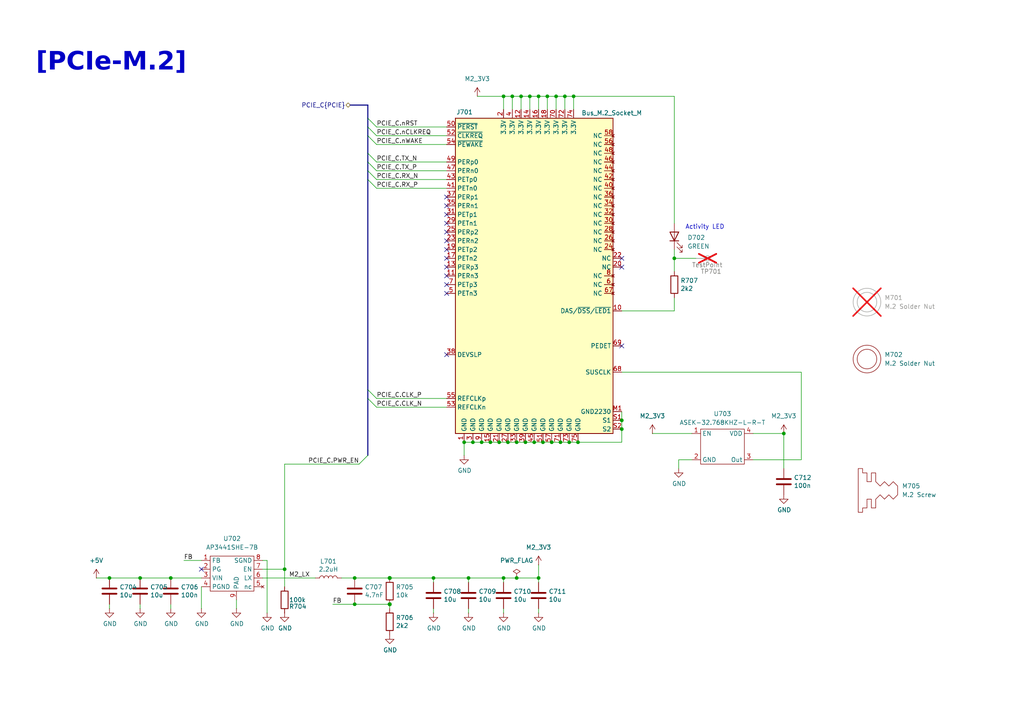
<source format=kicad_sch>
(kicad_sch (version 20250114) (generator "eeschema") (generator_version "9.0")
  (paper "A4")
  (title_block (title "CM5 MINIMA") (date "2024-12-17") (rev "2") (company "Pierluigi Colangeli"))
  (lib_symbols
    (symbol "CM5IO:AP3441SHE-7B"
      (property "Reference" "U702" (at 0 11.43 0))
      (property "Value" "AP3441SHE-7B" (at 0 8.89 0))
      (symbol "AP3441SHE-7B_0_1"
        (rectangle (start -6.35 6.35) (end 6.35 -3.81))
      )
      (symbol "AP3441SHE-7B_1_1"
        (pin passive line (at -8.89 5.08 0) (length 2.54) (name "FB") (number "1"))
        (pin open_collector line (at -8.89 2.54 0) (length 2.54) (name "PG") (number "2"))
        (pin power_in line (at -8.89 0 0) (length 2.54) (name "VIN") (number "3"))
        (pin power_in line (at -8.89 -2.54 0) (length 2.54) (name "PGND") (number "4"))
        (pin power_in line (at 1.27 -6.35 90) (length 2.54) (name "PAD") (number "9"))
        (pin power_in line (at 8.89 5.08 180) (length 2.54) (name "SGND") (number "8"))
        (pin input line (at 8.89 2.54 180) (length 2.54) (name "EN") (number "7"))
        (pin power_out line (at 8.89 0 180) (length 2.54) (name "LX") (number "6"))
        (pin no_connect line (at 8.89 -2.54 180) (length 2.54) (name "nc") (number "5"))
      )
    )
    (symbol "CM5IO:ASEK-32.768KHZ-L-R-T"
      (property "Reference" "U703" (at 0 9.525 0))
      (property "Value" "ASEK-32.768KHZ-L-R-T" (at 0 6.985 0))
      (symbol "ASEK-32.768KHZ-L-R-T_0_1"
        (rectangle (start -6.35 5.08) (end 6.35 -5.08))
      )
      (symbol "ASEK-32.768KHZ-L-R-T_1_1"
        (pin power_in line (at -8.89 3.81 0) (length 2.54) (name "EN") (number "1"))
        (pin power_in line (at -8.89 -3.81 0) (length 2.54) (name "GND") (number "2"))
        (pin power_in line (at 8.89 3.81 180) (length 2.54) (name "VDD") (number "4"))
        (pin output line (at 8.89 -3.81 180) (length 2.54) (name "Out") (number "3"))
      )
    )
    (symbol "CM5IO:Bus_M.2_Socket_M"
      (property "Reference" "J701" (at -22.606 47.498 0))
      (property "Value" "Bus_M.2_Socket_M" (at 13.716 47.244 0))
      (symbol "Bus_M.2_Socket_M_0_1"
        (rectangle (start -22.86 45.72) (end 22.86 -45.72) (stroke (width 0.254)) (fill (type background)))
      )
      (symbol "Bus_M.2_Socket_M_1_1"
        (pin input line (at -25.4 43.18 0) (length 2.54) (name "~{PERST}") (number "50"))
        (pin bidirectional line (at -25.4 40.64 0) (length 2.54) (name "~{CLKREQ}") (number "52"))
        (pin bidirectional line (at -25.4 38.1 0) (length 2.54) (name "~{PEWAKE}") (number "54"))
        (pin input line (at -25.4 33.02 0) (length 2.54) (name "PERp0") (number "49"))
        (pin input line (at -25.4 30.48 0) (length 2.54) (name "PERn0") (number "47"))
        (pin output line (at -25.4 27.94 0) (length 2.54) (name "PETp0") (number "43"))
        (pin output line (at -25.4 25.4 0) (length 2.54) (name "PETn0") (number "41"))
        (pin input line (at -25.4 22.86 0) (length 2.54) (name "PERp1") (number "37"))
        (pin input line (at -25.4 20.32 0) (length 2.54) (name "PERn1") (number "35"))
        (pin output line (at -25.4 17.78 0) (length 2.54) (name "PETp1") (number "31"))
        (pin output line (at -25.4 15.24 0) (length 2.54) (name "PETn1") (number "29"))
        (pin input line (at -25.4 12.7 0) (length 2.54) (name "PERp2") (number "25"))
        (pin input line (at -25.4 10.16 0) (length 2.54) (name "PERn2") (number "23"))
        (pin output line (at -25.4 7.62 0) (length 2.54) (name "PETp2") (number "19"))
        (pin output line (at -25.4 5.08 0) (length 2.54) (name "PETn2") (number "17"))
        (pin input line (at -25.4 2.54 0) (length 2.54) (name "PERp3") (number "13"))
        (pin input line (at -25.4 0 0) (length 2.54) (name "PERn3") (number "11"))
        (pin output line (at -25.4 -2.54 0) (length 2.54) (name "PETp3") (number "7"))
        (pin output line (at -25.4 -5.08 0) (length 2.54) (name "PETn3") (number "5"))
        (pin input line (at -25.4 -22.86 0) (length 2.54) (name "DEVSLP") (number "38"))
        (pin input line (at -25.4 -35.56 0) (length 2.54) (name "REFCLKp") (number "55"))
        (pin input line (at -25.4 -38.1 0) (length 2.54) (name "REFCLKn") (number "53"))
        (pin power_in line (at -20.32 -48.26 90) (length 2.54) (name "GND") (number "1"))
        (pin power_in line (at -17.78 -48.26 90) (length 2.54) (name "GND") (number "3"))
        (pin power_in line (at -15.24 -48.26 90) (length 2.54) (name "GND") (number "9"))
        (pin power_in line (at -12.7 -48.26 90) (length 2.54) (name "GND") (number "15"))
        (pin power_in line (at -10.16 -48.26 90) (length 2.54) (name "GND") (number "21"))
        (pin power_in line (at -8.89 48.26 270) (length 2.54) (name "3.3V") (number "2"))
        (pin power_in line (at -7.62 -48.26 90) (length 2.54) (name "GND") (number "27"))
        (pin power_in line (at -6.35 48.26 270) (length 2.54) (name "3.3V") (number "4"))
        (pin power_in line (at -5.08 -48.26 90) (length 2.54) (name "GND") (number "33"))
        (pin power_in line (at -3.81 48.26 270) (length 2.54) (name "3.3V") (number "12"))
        (pin power_in line (at -2.54 -48.26 90) (length 2.54) (name "GND") (number "39"))
        (pin power_in line (at -1.27 48.26 270) (length 2.54) (name "3.3V") (number "14"))
        (pin power_in line (at 0 -48.26 90) (length 2.54) (name "GND") (number "45"))
        (pin power_in line (at 1.27 48.26 270) (length 2.54) (name "3.3V") (number "16"))
        (pin power_in line (at 2.54 -48.26 90) (length 2.54) (name "GND") (number "51"))
        (pin power_in line (at 3.81 48.26 270) (length 2.54) (name "3.3V") (number "18"))
        (pin power_in line (at 5.08 -48.26 90) (length 2.54) (name "GND") (number "57"))
        (pin power_in line (at 6.35 48.26 270) (length 2.54) (name "3.3V") (number "70"))
        (pin power_in line (at 7.62 -48.26 90) (length 2.54) (name "GND") (number "71"))
        (pin power_in line (at 8.89 48.26 270) (length 2.54) (name "3.3V") (number "72"))
        (pin power_in line (at 10.16 -48.26 90) (length 2.54) (name "GND") (number "73"))
        (pin power_in line (at 11.43 48.26 270) (length 2.54) (name "3.3V") (number "74"))
        (pin power_in line (at 12.7 -48.26 90) (length 2.54) (name "GND") (number "75"))
        (pin no_connect line (at 22.86 40.64 180) (length 2.54) (name "NC") (number "58"))
        (pin no_connect line (at 22.86 38.1 180) (length 2.54) (name "NC") (number "56"))
        (pin no_connect line (at 22.86 35.56 180) (length 2.54) (name "NC") (number "48"))
        (pin no_connect line (at 22.86 33.02 180) (length 2.54) (name "NC") (number "46"))
        (pin no_connect line (at 22.86 30.48 180) (length 2.54) (name "NC") (number "44"))
        (pin no_connect line (at 22.86 27.94 180) (length 2.54) (name "NC") (number "42"))
        (pin no_connect line (at 22.86 25.4 180) (length 2.54) (name "NC") (number "40"))
        (pin no_connect line (at 22.86 22.86 180) (length 2.54) (name "NC") (number "36"))
        (pin no_connect line (at 22.86 20.32 180) (length 2.54) (name "NC") (number "34"))
        (pin no_connect line (at 22.86 17.78 180) (length 2.54) (name "NC") (number "32"))
        (pin no_connect line (at 22.86 15.24 180) (length 2.54) (name "NC") (number "30"))
        (pin no_connect line (at 22.86 12.7 180) (length 2.54) (name "NC") (number "28"))
        (pin no_connect line (at 22.86 10.16 180) (length 2.54) (name "NC") (number "26"))
        (pin no_connect line (at 22.86 7.62 180) (length 2.54) (name "NC") (number "24"))
        (pin no_connect line (at 22.86 0 180) (length 2.54) (name "NC") (number "8"))
        (pin no_connect line (at 22.86 -2.54 180) (length 2.54) (name "NC") (number "6"))
        (pin no_connect line (at 22.86 -5.08 180) (length 2.54) (name "NC") (number "67"))
        (pin bidirectional line (at 25.4 5.08 180) (length 2.54) (name "NC") (number "22"))
        (pin bidirectional line (at 25.4 2.54 180) (length 2.54) (name "NC") (number "20"))
        (pin bidirectional line (at 25.4 -10.16 180) (length 2.54) (name "DAS/~{DSS}/~{LED1}") (number "10"))
        (pin passive line (at 25.4 -20.32 180) (length 2.54) (name "PEDET") (number "69"))
        (pin input line (at 25.4 -27.94 180) (length 2.54) (name "SUSCLK") (number "68"))
        (pin no_connect line (at 25.4 -31.75 180) (length 2.54) (hide yes) (name "GND2280") (number "M4"))
        (pin no_connect line (at 25.4 -34.29 180) (length 2.54) (hide yes) (name "GND2260") (number "M3"))
        (pin no_connect line (at 25.4 -36.83 180) (length 2.54) (hide yes) (name "GND2242") (number "M2"))
        (pin power_in line (at 25.4 -39.37 180) (length 2.54) (name "GND2230") (number "M1"))
        (pin power_in line (at 25.4 -41.91 180) (length 2.54) (name "S1") (number "S1"))
        (pin power_in line (at 25.4 -44.45 180) (length 2.54) (name "S2") (number "S2"))
      )
    )
    (symbol "CM5IO:M.2_Screw" (pin_numbers (hide yes)) (pin_names (offset 0) (hide yes)) (on_board no)
      (property "Reference" "M" (at -0.254 -6.35 0))
      (property "Value" "M.2 Screw" (at 0.254 -8.636 0))
      (symbol "M.2_Screw_0_1"
        (polyline (pts (xy -5.08 0) (xy -5.08 -6.35) (xy -3.81 -6.35) (xy -3.81 -5.08) (xy -2.54 -5.08) (xy -2.54 -2.54) (xy -1.27 -2.54) (xy -1.27 -5.08) (xy 0 -5.08) (xy 0 -2.54) (xy 1.27 -1.27) (xy 2.54 -2.54) (xy 3.81 -1.27) (xy 5.08 -2.54) (xy 6.35 -1.27) (xy 6.35 1.27) (xy 5.08 2.54) (xy 3.81 1.27) (xy 2.54 2.54) (xy 1.27 1.27) (xy 0 2.54) (xy 0 5.08) (xy -1.27 5.08) (xy -1.27 2.54) (xy -2.54 2.54) (xy -2.54 5.08) (xy -3.81 5.08) (xy -3.81 6.35) (xy -5.08 6.35) (xy -5.08 0)))
      )
    )
    (symbol "CM5IO:SolderNut" (pin_numbers (hide yes)) (pin_names (offset 0) (hide yes)) (exclude_from_sim yes) (on_board no)
      (property "Reference" "M" (at -6.35 -3.556 0))
      (property "Value" "M.2 Solder Nut" (at 0.254 -5.842 0))
      (symbol "SolderNut_0_1"
        (circle (center 0 0) (radius 2.8398))
        (circle (center 0 0) (radius 4.0161))
      )
    )
    (symbol "Connector:TestPoint" (pin_numbers (hide yes)) (pin_names (offset 0.762) (hide yes))
      (property "Reference" "TP" (at 0 6.858 0))
      (property "Value" "TestPoint" (at 0 5.08 0))
      (symbol "TestPoint_0_1"
        (circle (center 0 3.302) (radius 0.762))
      )
      (symbol "TestPoint_1_1"
        (pin passive line (at 0 0 90) (length 2.54) (name "1") (number "1"))
      )
    )
    (symbol "Device:C" (pin_numbers (hide yes)) (pin_names (offset 0.254))
      (property "Reference" "C" (at 0.635 2.54 0))
      (property "Value" "C" (at 0.635 -2.54 0))
      (symbol "C_0_1"
        (polyline (pts (xy -2.032 0.762) (xy 2.032 0.762)) (stroke (width 0.508)))
        (polyline (pts (xy -2.032 -0.762) (xy 2.032 -0.762)) (stroke (width 0.508)))
      )
      (symbol "C_1_1"
        (pin passive line (at 0 3.81 270) (length 2.794) (name "~") (number "1"))
        (pin passive line (at 0 -3.81 90) (length 2.794) (name "~") (number "2"))
      )
    )
    (symbol "Device:L" (pin_numbers (hide yes)) (pin_names (offset 1.016) (hide yes))
      (property "Reference" "L" (at -1.27 0 90))
      (property "Value" "L" (at 1.905 0 90))
      (symbol "L_0_1"
        (arc (start 0 2.54) (mid 0.6323 1.905) (end 0 1.27))
        (arc (start 0 1.27) (mid 0.6323 0.635) (end 0 0))
        (arc (start 0 0) (mid 0.6323 -0.635) (end 0 -1.27))
        (arc (start 0 -1.27) (mid 0.6323 -1.905) (end 0 -2.54))
      )
      (symbol "L_1_1"
        (pin passive line (at 0 3.81 270) (length 1.27) (name "1") (number "1"))
        (pin passive line (at 0 -3.81 90) (length 1.27) (name "2") (number "2"))
      )
    )
    (symbol "Device:LED" (pin_numbers (hide yes)) (pin_names (offset 1.016) (hide yes))
      (property "Reference" "D" (at 0 2.54 0))
      (property "Value" "LED" (at 0 -2.54 0))
      (symbol "LED_0_1"
        (polyline (pts (xy -3.048 -0.762) (xy -4.572 -2.286) (xy -3.81 -2.286) (xy -4.572 -2.286) (xy -4.572 -1.524)))
        (polyline (pts (xy -1.778 -0.762) (xy -3.302 -2.286) (xy -2.54 -2.286) (xy -3.302 -2.286) (xy -3.302 -1.524)))
        (polyline (pts (xy -1.27 0) (xy 1.27 0)))
        (polyline (pts (xy -1.27 -1.27) (xy -1.27 1.27)) (stroke (width 0.254)))
        (polyline (pts (xy 1.27 -1.27) (xy 1.27 1.27) (xy -1.27 0) (xy 1.27 -1.27)) (stroke (width 0.254)))
      )
      (symbol "LED_1_1"
        (pin passive line (at -3.81 0 0) (length 2.54) (name "K") (number "1"))
        (pin passive line (at 3.81 0 180) (length 2.54) (name "A") (number "2"))
      )
    )
    (symbol "Device:R" (pin_numbers (hide yes)) (pin_names (offset 0))
      (property "Reference" "R" (at 2.032 0 90))
      (property "Value" "R" (at 0 0 90))
      (symbol "R_0_1"
        (rectangle (start -1.016 -2.54) (end 1.016 2.54) (stroke (width 0.254)))
      )
      (symbol "R_1_1"
        (pin passive line (at 0 3.81 270) (length 1.27) (name "~") (number "1"))
        (pin passive line (at 0 -3.81 90) (length 1.27) (name "~") (number "2"))
      )
    )
    (symbol "power:+5V" (power) (pin_numbers (hide yes)) (pin_names (offset 0) (hide yes))
      (property "Value" "+5V" (at 0 3.556 0))
      (symbol "+5V_0_1"
        (polyline (pts (xy -0.762 1.27) (xy 0 2.54)))
        (polyline (pts (xy 0 2.54) (xy 0.762 1.27)))
        (polyline (pts (xy 0 0) (xy 0 2.54)))
      )
      (symbol "+5V_1_1"
        (pin power_in line (at 0 0 90) (length 0) (name "~") (number "1"))
      )
    )
    (symbol "power:GND" (power) (pin_numbers (hide yes)) (pin_names (offset 0) (hide yes))
      (property "Value" "GND" (at 0 -3.81 0))
      (symbol "GND_0_1"
        (polyline (pts (xy 0 0) (xy 0 -1.27) (xy 1.27 -1.27) (xy 0 -2.54) (xy -1.27 -1.27) (xy 0 -1.27)))
      )
      (symbol "GND_1_1"
        (pin power_in line (at 0 0 270) (length 0) (name "~") (number "1"))
      )
    )
    (symbol "power:PWR_FLAG" (power) (pin_numbers (hide yes)) (pin_names (offset 0) (hide yes))
      (property "Value" "PWR_FLAG" (at 0 3.81 0))
      (symbol "PWR_FLAG_0_0"
        (pin power_out line (at 0 0 90) (length 0) (name "~") (number "1"))
      )
      (symbol "PWR_FLAG_0_1"
        (polyline (pts (xy 0 0) (xy 0 1.27) (xy -1.016 1.905) (xy 0 2.54) (xy 1.016 1.905) (xy 0 1.27)))
      )
    )
  )
  (bus_alias "PCIE" (members "nRST" "nCLKREQ" "nWAKE" "TX_N" "TX_P" "RX_N" "RX_P" "CLK_N" "CLK_P" "PWR_EN"))
  (text "[PCIe-M.2]" (at 32.258 19.558 0) (effects (font (size 5.27 5.27) (bold yes))))
  (text "Activity LED" (at 198.755 66.675 0) (effects (font (size 1.27 1.27)) (justify left bottom)))
  (junction (at 146.05 27.94))
  (junction (at 142.24 128.27))
  (junction (at 125.73 167.64))
  (junction (at 166.37 27.94))
  (junction (at 49.53 167.64))
  (junction (at 82.55 165.1))
  (junction (at 195.58 74.93))
  (junction (at 40.64 167.64))
  (junction (at 180.34 124.46))
  (junction (at 180.34 121.92))
  (junction (at 158.75 27.94))
  (junction (at 144.78 128.27))
  (junction (at 137.16 128.27))
  (junction (at 134.62 128.27))
  (junction (at 151.13 27.94))
  (junction (at 167.64 128.27))
  (junction (at 148.59 27.94))
  (junction (at 102.87 167.64))
  (junction (at 102.87 175.26))
  (junction (at 113.03 175.26) (diameter 1.016))
  (junction (at 157.48 128.27))
  (junction (at 153.67 27.94))
  (junction (at 160.02 128.27))
  (junction (at 152.4 128.27))
  (junction (at 139.7 128.27))
  (junction (at 149.86 167.64))
  (junction (at 161.29 27.94))
  (junction (at 156.21 27.94))
  (junction (at 135.89 167.64))
  (junction (at 163.83 27.94))
  (junction (at 227.33 125.73))
  (junction (at 154.94 128.27))
  (junction (at 162.56 128.27))
  (junction (at 156.21 167.64))
  (junction (at 147.32 128.27))
  (junction (at 165.1 128.27))
  (junction (at 31.75 167.64))
  (junction (at 146.05 167.64))
  (junction (at 149.86 128.27))
  (junction (at 113.03 167.64) (diameter 1.016))
  (no_connect (at 129.54 67.31))
  (no_connect (at 129.54 74.93))
  (no_connect (at 129.54 72.39))
  (no_connect (at 129.54 82.55))
  (no_connect (at 129.54 80.01))
  (no_connect (at 129.54 85.09))
  (no_connect (at 129.54 57.15))
  (no_connect (at 58.42 165.1))
  (no_connect (at 129.54 64.77))
  (no_connect (at 180.34 77.47))
  (no_connect (at 129.54 77.47))
  (no_connect (at 129.54 62.23))
  (no_connect (at 129.54 102.87))
  (no_connect (at 180.34 100.33))
  (no_connect (at 180.34 74.93))
  (no_connect (at 129.54 69.85))
  (no_connect (at 129.54 59.69))
  (bus_entry (at 109.22 39.37) (size -2.54 -2.54))
  (bus_entry (at 109.22 54.61) (size -2.54 -2.54))
  (bus_entry (at 109.22 115.57) (size -2.54 -2.54))
  (bus_entry (at 109.22 36.83) (size -2.54 -2.54))
  (bus_entry (at 109.22 118.11) (size -2.54 -2.54))
  (bus_entry (at 104.14 134.62) (size 2.54 -2.54))
  (bus_entry (at 109.22 49.53) (size -2.54 -2.54))
  (bus_entry (at 109.22 46.99) (size -2.54 -2.54))
  (bus_entry (at 109.22 52.07) (size -2.54 -2.54))
  (bus_entry (at 109.22 41.91) (size -2.54 -2.54))
  (wire (pts (xy 76.2 165.1) (xy 82.55 165.1)))
  (bus (pts (xy 106.68 115.57) (xy 106.68 132.08)))
  (wire (pts (xy 109.22 36.83) (xy 129.54 36.83)))
  (wire (pts (xy 146.05 176.53) (xy 146.05 177.8)))
  (wire (pts (xy 160.02 128.27) (xy 157.48 128.27)))
  (wire (pts (xy 27.94 167.64) (xy 31.75 167.64)))
  (wire (pts (xy 180.34 128.27) (xy 167.64 128.27)))
  (wire (pts (xy 68.58 176.53) (xy 68.58 173.99)))
  (wire (pts (xy 40.64 167.64) (xy 49.53 167.64)))
  (wire (pts (xy 49.53 167.64) (xy 58.42 167.64)))
  (wire (pts (xy 166.37 27.94) (xy 166.37 31.75)))
  (wire (pts (xy 109.22 115.57) (xy 129.54 115.57)))
  (wire (pts (xy 31.75 167.64) (xy 40.64 167.64)))
  (wire (pts (xy 180.34 124.46) (xy 180.34 128.27)))
  (wire (pts (xy 189.23 125.73) (xy 200.66 125.73)))
  (wire (pts (xy 99.06 167.64) (xy 102.87 167.64)))
  (wire (pts (xy 196.85 135.89) (xy 196.85 133.35)))
  (wire (pts (xy 180.34 121.92) (xy 180.34 124.46)))
  (wire (pts (xy 113.03 176.53) (xy 113.03 175.26)))
  (wire (pts (xy 156.21 176.53) (xy 156.21 177.8)))
  (wire (pts (xy 153.67 27.94) (xy 156.21 27.94)))
  (wire (pts (xy 156.21 27.94) (xy 158.75 27.94)))
  (wire (pts (xy 109.22 118.11) (xy 129.54 118.11)))
  (wire (pts (xy 109.22 52.07) (xy 129.54 52.07)))
  (bus (pts (xy 106.68 49.53) (xy 106.68 52.07)))
  (wire (pts (xy 125.73 177.8) (xy 125.73 176.53)))
  (wire (pts (xy 195.58 27.94) (xy 195.58 64.77)))
  (wire (pts (xy 180.34 90.17) (xy 195.58 90.17)))
  (wire (pts (xy 162.56 128.27) (xy 160.02 128.27)))
  (wire (pts (xy 180.34 119.38) (xy 180.34 121.92)))
  (wire (pts (xy 156.21 167.64) (xy 156.21 168.91)))
  (wire (pts (xy 161.29 27.94) (xy 161.29 31.75)))
  (bus (pts (xy 101.6 30.48) (xy 106.68 30.48)))
  (wire (pts (xy 166.37 27.94) (xy 195.58 27.94)))
  (bus (pts (xy 106.68 113.03) (xy 106.68 115.57)))
  (wire (pts (xy 180.34 107.95) (xy 232.41 107.95)))
  (bus (pts (xy 106.68 52.07) (xy 106.68 113.03)))
  (bus (pts (xy 106.68 39.37) (xy 106.68 44.45)))
  (wire (pts (xy 149.86 128.27) (xy 152.4 128.27)))
  (wire (pts (xy 77.47 162.56) (xy 77.47 177.8)))
  (wire (pts (xy 146.05 167.64) (xy 146.05 168.91)))
  (wire (pts (xy 82.55 134.62) (xy 82.55 165.1)))
  (wire (pts (xy 129.54 46.99) (xy 109.22 46.99)))
  (wire (pts (xy 157.48 128.27) (xy 154.94 128.27)))
  (wire (pts (xy 195.58 74.93) (xy 195.58 78.74)))
  (wire (pts (xy 102.87 175.26) (xy 113.03 175.26)))
  (wire (pts (xy 31.75 175.26) (xy 31.75 176.53)))
  (wire (pts (xy 125.73 168.91) (xy 125.73 167.64)))
  (wire (pts (xy 232.41 133.35) (xy 218.44 133.35)))
  (wire (pts (xy 109.22 49.53) (xy 129.54 49.53)))
  (wire (pts (xy 151.13 27.94) (xy 153.67 27.94)))
  (wire (pts (xy 102.87 167.64) (xy 113.03 167.64)))
  (wire (pts (xy 196.85 133.35) (xy 200.66 133.35)))
  (wire (pts (xy 146.05 27.94) (xy 146.05 31.75)))
  (wire (pts (xy 195.58 74.93) (xy 201.93 74.93)))
  (wire (pts (xy 149.86 128.27) (xy 147.32 128.27)))
  (wire (pts (xy 146.05 167.64) (xy 149.86 167.64)))
  (wire (pts (xy 195.58 90.17) (xy 195.58 86.36)))
  (wire (pts (xy 134.62 128.27) (xy 137.16 128.27)))
  (wire (pts (xy 151.13 27.94) (xy 151.13 31.75)))
  (wire (pts (xy 76.2 162.56) (xy 77.47 162.56)))
  (wire (pts (xy 139.7 128.27) (xy 142.24 128.27)))
  (wire (pts (xy 163.83 27.94) (xy 166.37 27.94)))
  (wire (pts (xy 134.62 128.27) (xy 134.62 132.08)))
  (wire (pts (xy 142.24 128.27) (xy 144.78 128.27)))
  (wire (pts (xy 96.52 175.26) (xy 102.87 175.26)))
  (wire (pts (xy 125.73 167.64) (xy 135.89 167.64)))
  (bus (pts (xy 106.68 34.29) (xy 106.68 36.83)))
  (bus (pts (xy 106.68 36.83) (xy 106.68 39.37)))
  (wire (pts (xy 53.34 162.56) (xy 58.42 162.56)))
  (wire (pts (xy 167.64 128.27) (xy 165.1 128.27)))
  (wire (pts (xy 148.59 27.94) (xy 148.59 31.75)))
  (wire (pts (xy 146.05 27.94) (xy 148.59 27.94)))
  (wire (pts (xy 135.89 167.64) (xy 135.89 168.91)))
  (wire (pts (xy 148.59 27.94) (xy 151.13 27.94)))
  (bus (pts (xy 106.68 46.99) (xy 106.68 49.53)))
  (wire (pts (xy 227.33 125.73) (xy 218.44 125.73)))
  (wire (pts (xy 40.64 175.26) (xy 40.64 176.53)))
  (wire (pts (xy 195.58 74.93) (xy 195.58 72.39)))
  (wire (pts (xy 109.22 41.91) (xy 129.54 41.91)))
  (wire (pts (xy 58.42 176.53) (xy 58.42 170.18)))
  (wire (pts (xy 227.33 135.89) (xy 227.33 125.73)))
  (wire (pts (xy 135.89 167.64) (xy 146.05 167.64)))
  (wire (pts (xy 138.43 27.94) (xy 146.05 27.94)))
  (wire (pts (xy 109.22 54.61) (xy 129.54 54.61)))
  (wire (pts (xy 109.22 39.37) (xy 129.54 39.37)))
  (bus (pts (xy 106.68 30.48) (xy 106.68 34.29)))
  (wire (pts (xy 158.75 27.94) (xy 161.29 27.94)))
  (wire (pts (xy 139.7 128.27) (xy 137.16 128.27)))
  (wire (pts (xy 153.67 27.94) (xy 153.67 31.75)))
  (wire (pts (xy 163.83 27.94) (xy 163.83 31.75)))
  (wire (pts (xy 149.86 167.64) (xy 156.21 167.64)))
  (wire (pts (xy 161.29 27.94) (xy 163.83 27.94)))
  (wire (pts (xy 104.14 134.62) (xy 82.55 134.62)))
  (wire (pts (xy 49.53 175.26) (xy 49.53 176.53)))
  (wire (pts (xy 82.55 165.1) (xy 82.55 170.18)))
  (wire (pts (xy 135.89 176.53) (xy 135.89 177.8)))
  (bus (pts (xy 106.68 44.45) (xy 106.68 46.99)))
  (wire (pts (xy 76.2 167.64) (xy 91.44 167.64)))
  (wire (pts (xy 152.4 128.27) (xy 154.94 128.27)))
  (wire (pts (xy 156.21 163.83) (xy 156.21 167.64)))
  (wire (pts (xy 144.78 128.27) (xy 147.32 128.27)))
  (wire (pts (xy 158.75 27.94) (xy 158.75 31.75)))
  (wire (pts (xy 113.03 167.64) (xy 125.73 167.64)))
  (wire (pts (xy 165.1 128.27) (xy 162.56 128.27)))
  (wire (pts (xy 156.21 27.94) (xy 156.21 31.75)))
  (wire (pts (xy 232.41 107.95) (xy 232.41 133.35)))
  (label "PCIE_C.nWAKE" (at 109.22 41.91 0))
  (label "PCIE_C.RX_N" (at 109.22 52.07 0))
  (label "PCIE_C.RX_P" (at 109.22 54.61 0))
  (label "PCIE_C.CLK_N" (at 109.22 118.11 0))
  (label "PCIE_C.PWR_EN" (at 104.14 134.62 180))
  (label "M2_LX" (at 83.82 167.64 0))
  (label "FB" (at 53.34 162.56 0))
  (label "PCIE_C.TX_N" (at 109.22 46.99 0))
  (label "PCIE_C.nCLKREQ" (at 109.22 39.37 0))
  (label "PCIE_C.CLK_P" (at 109.22 115.57 0))
  (label "PCIE_C.nRST" (at 109.22 36.83 0))
  (label "PCIE_C.TX_P" (at 109.22 49.53 0))
  (label "FB" (at 96.52 175.26 0))
  (hierarchical_label "PCIE_C{PCIE}" (shape bidirectional) (at 101.6 30.48 180))
  (symbol (lib_id "power:GND") (at 156.21 177.8 0) (unit 1)
    (property "Reference" "#PWR0724" (effects (hide yes)))
    (property "Value" "GND" (at 156.337 182.1942 0))
    (property "Description" "Power symbol creates a global label with name \"GND\" , ground" (effects (hide yes)))
  )
  (symbol (lib_id "Device:C") (at 156.21 172.72 0) (unit 1)
    (property "Reference" "C711" (at 159.131 171.5516 0) (effects (justify left)))
    (property "Value" "10u" (at 159.131 173.863 0) (effects (justify left)))
    (property "Footprint" "Capacitor_SMD:C_0805_2012Metric" (effects (hide yes)))
    (property "Datasheet" "https://search.murata.co.jp/Ceramy/image/img/A01X/G101/ENG/GRM21BR71A106KA73-01.pdf" (effects (hide yes)))
    (property "Field4" "Digikey" (effects (hide yes)))
    (property "Field5" "490-14381-1-ND" (effects (hide yes)))
    (property "Field6" "GRM21BR71A106KA73L" (effects (hide yes)))
    (property "Field7" "Murata" (effects (hide yes)))
    (property "Field8" "111893011" (effects (hide yes)))
    (property "Part Description" "	10uF 10% 10V Ceramic Capacitor X7R 0805 (2012 Metric)" (effects (hide yes)))
  )
  (symbol (lib_id "power:+5V") (at 189.23 125.73 0) (unit 1)
    (property "Reference" "#PWR0729" (effects (hide yes)))
    (property "Value" "M2_3V3" (at 189.23 120.65 0))
    (property "Description" "Power symbol creates a global label with name \"+5V\"" (effects (hide yes)))
  )
  (symbol (lib_id "Device:C") (at 102.87 171.45 0) (unit 1)
    (property "Reference" "C707" (at 105.791 170.2816 0) (effects (justify left)))
    (property "Value" "4.7nF" (at 105.791 172.593 0) (effects (justify left)))
    (property "Footprint" "Capacitor_SMD:C_0402_1005Metric" (effects (hide yes)))
    (property "Part Description" "4.7nF capacitor 0402" (effects (hide yes)))
  )
  (symbol (lib_id "power:GND") (at 125.73 177.8 0) (unit 1)
    (property "Reference" "#PWR0720" (effects (hide yes)))
    (property "Value" "GND" (at 125.857 182.1942 0))
    (property "Description" "Power symbol creates a global label with name \"GND\" , ground" (effects (hide yes)))
  )
  (symbol (lib_id "Device:C") (at 49.53 171.45 0) (unit 1)
    (property "Reference" "C706" (at 52.451 170.2816 0) (effects (justify left)))
    (property "Value" "100n" (at 52.451 172.593 0) (effects (justify left)))
    (property "Footprint" "Capacitor_SMD:C_0402_1005Metric" (effects (hide yes)))
    (property "Datasheet" "https://search.murata.co.jp/Ceramy/image/img/A01X/G101/ENG/GRM155R71C104KA88-01.pdf" (effects (hide yes)))
    (property "Field4" "Farnell" (effects (hide yes)))
    (property "Field5" "2611911" (effects (hide yes)))
    (property "Field6" "RM EMK105 B7104KV-F" (effects (hide yes)))
    (property "Field7" "TAIYO YUDEN EUROPE GMBH" (effects (hide yes)))
    (property "Field8" "110091611" (effects (hide yes)))
    (property "Part Description" "	0.1uF 10% 16V Ceramic Capacitor X7R 0402 (1005 Metric)" (effects (hide yes)))
  )
  (symbol (lib_id "power:+5V") (at 156.21 163.83 0) (unit 1)
    (property "Reference" "#PWR0728" (effects (hide yes)))
    (property "Value" "M2_3V3" (at 156.21 158.75 0))
    (property "Description" "Power symbol creates a global label with name \"+5V\"" (effects (hide yes)))
  )
  (symbol (lib_id "Device:R") (at 113.03 171.45 0) (unit 1)
    (property "Reference" "R705" (at 114.808 170.2816 0) (effects (justify left)))
    (property "Value" "10k" (at 114.808 172.593 0) (effects (justify left)))
    (property "Footprint" "Resistor_SMD:R_0402_1005Metric" (effects (hide yes)))
  )
  (symbol (lib_id "power:GND") (at 68.58 176.53 0) (unit 1)
    (property "Reference" "#PWR0716" (effects (hide yes)))
    (property "Value" "GND" (at 68.707 180.9242 0))
    (property "Description" "Power symbol creates a global label with name \"GND\" , ground" (effects (hide yes)))
  )
  (symbol (lib_id "power:+5V") (at 138.43 27.94 0) (unit 1)
    (property "Reference" "#PWR0731" (effects (hide yes)))
    (property "Value" "M2_3V3" (at 138.43 22.86 0))
    (property "Description" "Power symbol creates a global label with name \"+5V\"" (effects (hide yes)))
  )
  (symbol (lib_id "CM5IO:ASEK-32.768KHZ-L-R-T") (at 209.55 129.54 0) (unit 1)
    (property "Reference" "U703" (at 209.55 120.015 0))
    (property "Value" "ASEK-32.768KHZ-L-R-T" (at 209.55 122.555 0))
    (property "Footprint" "Crystal:Crystal_SMD_3225-4Pin_3.2x2.5mm" (effects (hide yes)))
    (property "Datasheet" "https://abracon.com/Oscillators/ASEK.pdf" (effects (hide yes)))
    (property "Field5" "ASEK-32.768KHZ-L-R-T" (effects (hide yes)))
    (property "Field6" "ASEK-32.768KHZ-L-R-T" (effects (hide yes)))
    (property "Field7" "abracon" (effects (hide yes)))
    (property "Part Description" "32KHz Xtal oscilator" (effects (hide yes)))
  )
  (symbol (lib_id "Device:C") (at 31.75 171.45 0) (unit 1)
    (property "Reference" "C704" (at 34.671 170.2816 0) (effects (justify left)))
    (property "Value" "10u" (at 34.671 172.593 0) (effects (justify left)))
    (property "Footprint" "Capacitor_SMD:C_0805_2012Metric" (effects (hide yes)))
    (property "Datasheet" "https://search.murata.co.jp/Ceramy/image/img/A01X/G101/ENG/GRM21BR71A106KA73-01.pdf" (effects (hide yes)))
    (property "Field4" "Digikey" (effects (hide yes)))
    (property "Field5" "490-14381-1-ND" (effects (hide yes)))
    (property "Field6" "GRM21BR71A106KA73L" (effects (hide yes)))
    (property "Field7" "Murata" (effects (hide yes)))
    (property "Field8" "111893011" (effects (hide yes)))
    (property "Part Description" "	10uF 10% 10V Ceramic Capacitor X7R 0805 (2012 Metric)" (effects (hide yes)))
  )
  (symbol (lib_id "Device:L") (at 95.25 167.64 90) (unit 1)
    (property "Reference" "L701" (at 95.25 162.814 90))
    (property "Value" "2.2uH" (at 95.25 165.1254 90))
    (property "Footprint" "Inductor_SMD:L_Coilcraft_XAL5030-XXX" (effects (hide yes)))
    (property "Datasheet" "https://wmsc.lcsc.com/wmsc/upload/file/pdf/v2/lcsc/2311161804_Coilcraft-XAL5030-222MEC_C920280.pdf" (effects (hide yes)))
    (property "Field6" "XAL5030-222MEC" (effects (hide yes)))
    (property "Field7" "Coilcraft" (effects (hide yes)))
    (property "Part Description" "Inductor, SMT, 2u2, IRMS=7A, ISAT=8.1A, DCR=0.03R" (effects (hide yes)))
  )
  (symbol (lib_id "Device:C") (at 227.33 139.7 0) (unit 1)
    (property "Reference" "C712" (at 230.251 138.5316 0) (effects (justify left)))
    (property "Value" "100n" (at 230.251 140.843 0) (effects (justify left)))
    (property "Footprint" "Capacitor_SMD:C_0402_1005Metric" (effects (hide yes)))
    (property "Datasheet" "https://search.murata.co.jp/Ceramy/image/img/A01X/G101/ENG/GRM155R71C104KA88-01.pdf" (effects (hide yes)))
    (property "Field4" "Farnell" (effects (hide yes)))
    (property "Field5" "2611911" (effects (hide yes)))
    (property "Field6" "RM EMK105 B7104KV-F" (effects (hide yes)))
    (property "Field7" "TAIYO YUDEN EUROPE GMBH" (effects (hide yes)))
    (property "Field8" "110091611" (effects (hide yes)))
    (property "Part Description" "	0.1uF 10% 16V Ceramic Capacitor X7R 0402 (1005 Metric)" (effects (hide yes)))
  )
  (symbol (lib_id "power:GND") (at 58.42 176.53 0) (unit 1)
    (property "Reference" "#PWR0715" (effects (hide yes)))
    (property "Value" "GND" (at 58.547 180.9242 0))
    (property "Description" "Power symbol creates a global label with name \"GND\" , ground" (effects (hide yes)))
  )
  (symbol (lib_id "Device:R") (at 82.55 173.99 0) (unit 1)
    (property "Reference" "R704" (at 83.82 175.895 0) (effects (justify left)))
    (property "Value" "100k" (at 83.82 173.99 0) (effects (justify left)))
    (property "Footprint" "Resistor_SMD:R_0402_1005Metric" (effects (hide yes)))
  )
  (symbol (lib_id "power:GND") (at 49.53 176.53 0) (unit 1)
    (property "Reference" "#PWR0714" (effects (hide yes)))
    (property "Value" "GND" (at 49.657 180.9242 0))
    (property "Description" "Power symbol creates a global label with name \"GND\" , ground" (effects (hide yes)))
  )
  (symbol (lib_id "power:GND") (at 77.47 177.8 0) (unit 1)
    (property "Reference" "#PWR0717" (effects (hide yes)))
    (property "Value" "GND" (at 77.597 182.1942 0))
    (property "Description" "Power symbol creates a global label with name \"GND\" , ground" (effects (hide yes)))
  )
  (symbol (lib_id "Device:LED") (at 195.58 68.58 90) (unit 1)
    (property "Reference" "D702" (at 199.39 68.8975 90) (effects (justify right)))
    (property "Value" "GREEN" (at 199.39 71.4375 90) (effects (justify right)))
    (property "Footprint" "EasyEDA:LED-SMD_L1.7-W0.6-RD" (effects (hide yes)))
    (property "Package" "0603" (effects (hide yes)))
  )
  (symbol (lib_id "Device:C") (at 125.73 172.72 0) (unit 1)
    (property "Reference" "C708" (at 128.651 171.5516 0) (effects (justify left)))
    (property "Value" "10u" (at 128.651 173.863 0) (effects (justify left)))
    (property "Footprint" "Capacitor_SMD:C_0805_2012Metric" (effects (hide yes)))
    (property "Datasheet" "https://search.murata.co.jp/Ceramy/image/img/A01X/G101/ENG/GRM21BR71A106KA73-01.pdf" (effects (hide yes)))
    (property "Field4" "Digikey" (effects (hide yes)))
    (property "Field5" "490-14381-1-ND" (effects (hide yes)))
    (property "Field6" "GRM21BR71A106KA73L" (effects (hide yes)))
    (property "Field7" "Murata" (effects (hide yes)))
    (property "Field8" "111893011" (effects (hide yes)))
    (property "Part Description" "	10uF 10% 10V Ceramic Capacitor X7R 0805 (2012 Metric)" (effects (hide yes)))
  )
  (symbol (lib_id "CM5IO:AP3441SHE-7B") (at 67.31 167.64 0) (unit 1)
    (property "Reference" "U702" (at 67.31 156.21 0))
    (property "Value" "AP3441SHE-7B" (at 67.31 158.75 0))
    (property "Footprint" "Package_DFN_QFN:DFN-8-1EP_2x2mm_P0.5mm_EP1.05x1.75mm" (effects (hide yes)))
    (property "Datasheet" "https://www.diodes.com/assets/Datasheets/AP3441-L.pdf" (effects (hide yes)))
    (property "Field5" "AP3441SHE-7B" (effects (hide yes)))
    (property "Field6" "AP3441SHE-7B" (effects (hide yes)))
    (property "Field7" "Diodes" (effects (hide yes)))
    (property "Part Description" "3A DC-DC converter" (effects (hide yes)))
  )
  (symbol (lib_id "power:GND") (at 31.75 176.53 0) (unit 1)
    (property "Reference" "#PWR0712" (effects (hide yes)))
    (property "Value" "GND" (at 31.877 180.9242 0))
    (property "Description" "Power symbol creates a global label with name \"GND\" , ground" (effects (hide yes)))
  )
  (symbol (lib_id "CM5IO:SolderNut") (at 251.46 87.63 0) (unit 1) (in_bom no) (dnp yes)
    (property "Reference" "M701" (at 256.54 86.3599 0) (effects (justify left)))
    (property "Value" "M.2 Solder Nut" (at 256.54 88.8999 0) (effects (justify left)))
    (property "Footprint" "_pico:MountingHole_3mm_Pad" (effects (hide yes)))
    (property "Part Description" "Solder nut for M.2 slot" (effects (hide yes)))
  )
  (symbol (lib_id "Device:C") (at 146.05 172.72 0) (unit 1)
    (property "Reference" "C710" (at 148.971 171.5516 0) (effects (justify left)))
    (property "Value" "10u" (at 148.971 173.863 0) (effects (justify left)))
    (property "Footprint" "Capacitor_SMD:C_0805_2012Metric" (effects (hide yes)))
    (property "Datasheet" "https://search.murata.co.jp/Ceramy/image/img/A01X/G101/ENG/GRM21BR71A106KA73-01.pdf" (effects (hide yes)))
    (property "Field4" "Digikey" (effects (hide yes)))
    (property "Field5" "490-14381-1-ND" (effects (hide yes)))
    (property "Field6" "GRM21BR71A106KA73L" (effects (hide yes)))
    (property "Field7" "Murata" (effects (hide yes)))
    (property "Field8" "111893011" (effects (hide yes)))
    (property "Part Description" "	10uF 10% 10V Ceramic Capacitor X7R 0805 (2012 Metric)" (effects (hide yes)))
  )
  (symbol (lib_id "CM5IO:Bus_M.2_Socket_M") (at 154.94 80.01 0) (unit 1)
    (property "Reference" "J701" (at 132.334 32.512 0) (effects (justify left)))
    (property "Value" "Bus_M.2_Socket_M" (at 168.656 32.766 0) (effects (justify left)))
    (property "Footprint" "CM5IO:M.2 M Key socket_2230_2242" (effects (hide yes)))
    (property "Description" "M.2 Socket 3 Mechanical Key M" (effects (hide yes)))
    (property "Part Description" "M.2 M Key connector" (effects (hide yes)))
  )
  (symbol (lib_id "power:GND") (at 227.33 143.51 0) (unit 1)
    (property "Reference" "#PWR0726" (effects (hide yes)))
    (property "Value" "GND" (at 227.457 147.9042 0))
    (property "Description" "Power symbol creates a global label with name \"GND\" , ground" (effects (hide yes)))
  )
  (symbol (lib_id "CM5IO:SolderNut") (at 251.46 104.14 0) (unit 1)
    (property "Reference" "M702" (at 256.54 102.8699 0) (effects (justify left)))
    (property "Value" "M.2 Solder Nut" (at 256.54 105.4099 0) (effects (justify left)))
    (property "Footprint" "_pico:MountingHole_3mm_Pad" (effects (hide yes)))
    (property "Part Description" "Solder nut for M.2 slot" (effects (hide yes)))
  )
  (symbol (lib_id "power:+5V") (at 227.33 125.73 0) (unit 1)
    (property "Reference" "#PWR0730" (effects (hide yes)))
    (property "Value" "M2_3V3" (at 227.33 120.65 0))
    (property "Description" "Power symbol creates a global label with name \"+5V\"" (effects (hide yes)))
  )
  (symbol (lib_id "Connector:TestPoint") (at 201.93 74.93 270) (unit 1) (in_bom no) (on_board no) (dnp yes)
    (property "Reference" "TP701" (at 203.2 78.74 90) (effects (justify left)))
    (property "Value" "TestPoint" (at 200.66 76.835 90) (effects (justify left)))
    (property "Footprint" "TestPoint:TestPoint_Pad_2.0x2.0mm" (effects (hide yes)))
    (property "Field4" "nf" (effects (hide yes)))
    (property "Field5" "nf" (effects (hide yes)))
    (property "Field6" "nf" (effects (hide yes)))
    (property "Field7" "nf" (effects (hide yes)))
    (property "Part Description" "Test point" (effects (hide yes)))
  )
  (symbol (lib_id "power:+5V") (at 27.94 167.64 0) (unit 1)
    (property "Reference" "#PWR0727" (effects (hide yes)))
    (property "Value" "+5V" (at 27.94 162.56 0))
    (property "Description" "Power symbol creates a global label with name \"+5V\"" (effects (hide yes)))
  )
  (symbol (lib_id "Device:R") (at 195.58 82.55 0) (unit 1)
    (property "Reference" "R707" (at 197.358 81.3816 0) (effects (justify left)))
    (property "Value" "2k2" (at 197.358 83.693 0) (effects (justify left)))
    (property "Footprint" "Resistor_SMD:R_0402_1005Metric" (effects (hide yes)))
    (property "Field4" "Farnell" (effects (hide yes)))
    (property "Field5" "9239235" (effects (hide yes)))
    (property "Field7" "KOA EUROPE GMBH" (effects (hide yes)))
    (property "Field6" "RK73H1ETTP1001F" (effects (hide yes)))
    (property "Part Description" "Resistor 1K M1005 1% 63mW" (effects (hide yes)))
    (property "Field8" "125049511" (effects (hide yes)))
  )
  (symbol (lib_id "Device:R") (at 113.03 180.34 0) (unit 1)
    (property "Reference" "R706" (at 114.808 179.1716 0) (effects (justify left)))
    (property "Value" "2k2" (at 114.808 181.483 0) (effects (justify left)))
    (property "Footprint" "Resistor_SMD:R_0402_1005Metric" (effects (hide yes)))
  )
  (symbol (lib_id "power:GND") (at 134.62 132.08 0) (unit 1)
    (property "Reference" "#PWR0721" (effects (hide yes)))
    (property "Value" "GND" (at 134.747 136.4742 0))
    (property "Description" "Power symbol creates a global label with name \"GND\" , ground" (effects (hide yes)))
  )
  (symbol (lib_id "power:GND") (at 82.55 177.8 0) (unit 1)
    (property "Reference" "#PWR0718" (effects (hide yes)))
    (property "Value" "GND" (at 82.677 182.1942 0))
    (property "Description" "Power symbol creates a global label with name \"GND\" , ground" (effects (hide yes)))
  )
  (symbol (lib_id "power:GND") (at 135.89 177.8 0) (unit 1)
    (property "Reference" "#PWR0722" (effects (hide yes)))
    (property "Value" "GND" (at 136.017 182.1942 0))
    (property "Description" "Power symbol creates a global label with name \"GND\" , ground" (effects (hide yes)))
  )
  (symbol (lib_id "power:GND") (at 196.85 135.89 0) (unit 1)
    (property "Reference" "#PWR0725" (effects (hide yes)))
    (property "Value" "GND" (at 196.977 140.2842 0))
    (property "Description" "Power symbol creates a global label with name \"GND\" , ground" (effects (hide yes)))
  )
  (symbol (lib_id "power:GND") (at 40.64 176.53 0) (unit 1)
    (property "Reference" "#PWR0713" (effects (hide yes)))
    (property "Value" "GND" (at 40.767 180.9242 0))
    (property "Description" "Power symbol creates a global label with name \"GND\" , ground" (effects (hide yes)))
  )
  (symbol (lib_id "CM5IO:M.2_Screw") (at 254 142.24 0) (unit 1) (on_board no)
    (property "Reference" "M705" (at 261.62 140.9699 0) (effects (justify left)))
    (property "Value" "M.2 Screw" (at 261.62 143.5099 0) (effects (justify left)))
    (property "Datasheet" "https://www.lcsc.com/product-detail/Cross-slot-countersunk-machine-screw_AOFENG-GB819-M2-0-4X3-304-A2-70-B_C5138758.html" (effects (hide yes)))
    (property "Description" "C5138758" (effects (hide yes)))
    (property "Part Description" "M.2 Screw" (effects (hide yes)))
  )
  (symbol (lib_id "Device:C") (at 135.89 172.72 0) (unit 1)
    (property "Reference" "C709" (at 138.811 171.5516 0) (effects (justify left)))
    (property "Value" "10u" (at 138.811 173.863 0) (effects (justify left)))
    (property "Footprint" "Capacitor_SMD:C_0805_2012Metric" (effects (hide yes)))
    (property "Datasheet" "https://search.murata.co.jp/Ceramy/image/img/A01X/G101/ENG/GRM21BR71A106KA73-01.pdf" (effects (hide yes)))
    (property "Field4" "Digikey" (effects (hide yes)))
    (property "Field5" "490-14381-1-ND" (effects (hide yes)))
    (property "Field6" "GRM21BR71A106KA73L" (effects (hide yes)))
    (property "Field7" "Murata" (effects (hide yes)))
    (property "Field8" "111893011" (effects (hide yes)))
    (property "Part Description" "	10uF 10% 10V Ceramic Capacitor X7R 0805 (2012 Metric)" (effects (hide yes)))
  )
  (symbol (lib_id "power:GND") (at 113.03 184.15 0) (unit 1)
    (property "Reference" "#PWR0719" (effects (hide yes)))
    (property "Value" "GND" (at 113.157 188.5442 0))
    (property "Description" "Power symbol creates a global label with name \"GND\" , ground" (effects (hide yes)))
  )
  (symbol (lib_id "Device:C") (at 40.64 171.45 0) (unit 1)
    (property "Reference" "C705" (at 43.561 170.2816 0) (effects (justify left)))
    (property "Value" "10u" (at 43.561 172.593 0) (effects (justify left)))
    (property "Footprint" "Capacitor_SMD:C_0805_2012Metric" (effects (hide yes)))
    (property "Datasheet" "https://search.murata.co.jp/Ceramy/image/img/A01X/G101/ENG/GRM21BR71A106KA73-01.pdf" (effects (hide yes)))
    (property "Field4" "Digikey" (effects (hide yes)))
    (property "Field5" "490-14381-1-ND" (effects (hide yes)))
    (property "Field6" "GRM21BR71A106KA73L" (effects (hide yes)))
    (property "Field7" "Murata" (effects (hide yes)))
    (property "Field8" "111893011" (effects (hide yes)))
    (property "Part Description" "	10uF 10% 10V Ceramic Capacitor X7R 0805 (2012 Metric)" (effects (hide yes)))
  )
  (symbol (lib_id "power:PWR_FLAG") (at 149.86 167.64 0) (unit 1)
    (property "Reference" "#FLG0701" (effects (hide yes)))
    (property "Value" "PWR_FLAG" (at 149.86 162.56 0))
    (property "Description" "Special symbol for telling ERC where power comes from" (effects (hide yes)))
  )
  (symbol (lib_id "power:GND") (at 146.05 177.8 0) (unit 1)
    (property "Reference" "#PWR0723" (effects (hide yes)))
    (property "Value" "GND" (at 146.177 182.1942 0))
    (property "Description" "Power symbol creates a global label with name \"GND\" , ground" (effects (hide yes)))
  )
)
</source>
